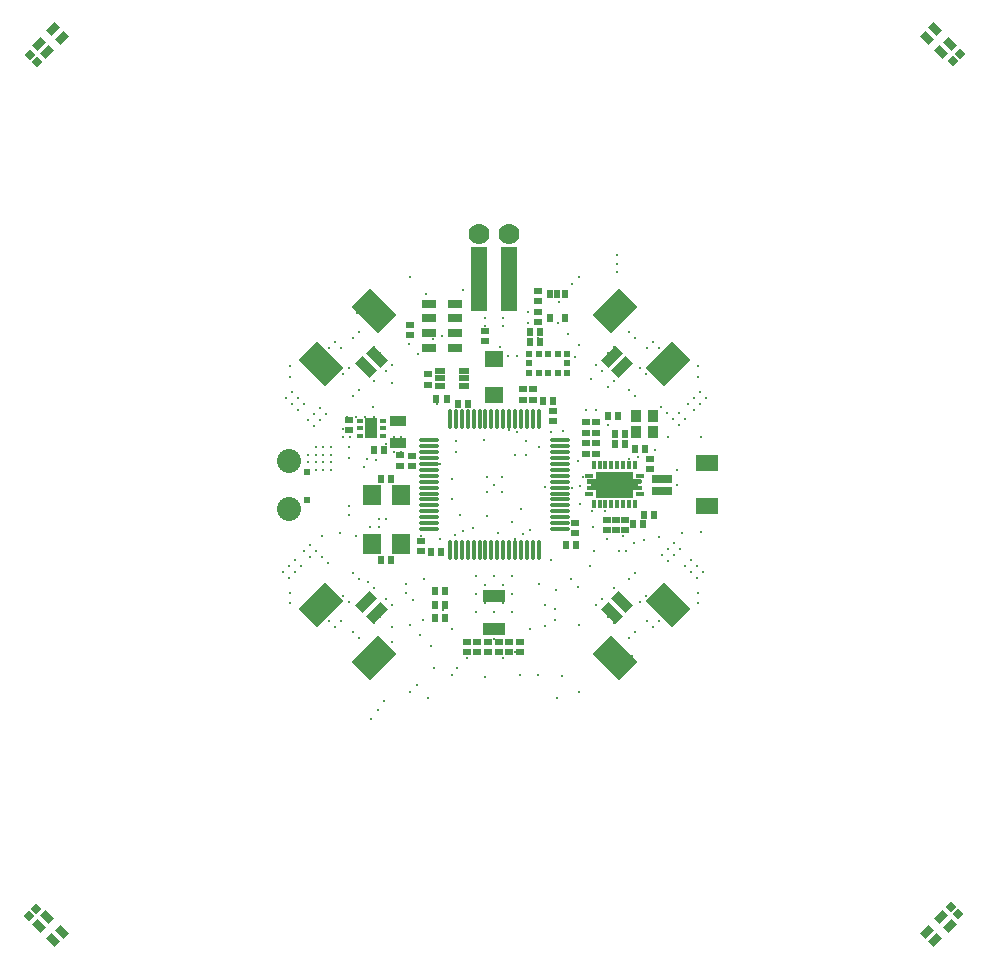
<source format=gbs>
G04 Layer_Color=16711935*
%FSAX25Y25*%
%MOIN*%
G70*
G01*
G75*
%ADD61C,0.07000*%
%ADD62C,0.08000*%
%ADD80R,0.01181X0.01181*%
%ADD104R,0.02547X0.02469*%
%ADD105R,0.02862X0.01445*%
G04:AMPARAMS|DCode=119|XSize=24.69mil|YSize=25.47mil|CornerRadius=0mil|HoleSize=0mil|Usage=FLASHONLY|Rotation=45.000|XOffset=0mil|YOffset=0mil|HoleType=Round|Shape=Rectangle|*
%AMROTATEDRECTD119*
4,1,4,0.00028,-0.01773,-0.01773,0.00028,-0.00028,0.01773,0.01773,-0.00028,0.00028,-0.01773,0.0*
%
%ADD119ROTATEDRECTD119*%

G04:AMPARAMS|DCode=120|XSize=24.69mil|YSize=25.47mil|CornerRadius=0mil|HoleSize=0mil|Usage=FLASHONLY|Rotation=315.000|XOffset=0mil|YOffset=0mil|HoleType=Round|Shape=Rectangle|*
%AMROTATEDRECTD120*
4,1,4,-0.01773,-0.00028,0.00028,0.01773,0.01773,0.00028,-0.00028,-0.01773,-0.01773,-0.00028,0.0*
%
%ADD120ROTATEDRECTD120*%

%ADD128R,0.02469X0.02547*%
%ADD129R,0.02272X0.02665*%
%ADD130R,0.02665X0.02272*%
%ADD144C,0.01200*%
%ADD145R,0.04831X0.02862*%
%ADD146R,0.02075X0.03059*%
%ADD147R,0.02469X0.02469*%
%ADD148R,0.05618X0.21366*%
G04:AMPARAMS|DCode=149|XSize=38.47mil|YSize=24.69mil|CornerRadius=0mil|HoleSize=0mil|Usage=FLASHONLY|Rotation=225.000|XOffset=0mil|YOffset=0mil|HoleType=Round|Shape=Rectangle|*
%AMROTATEDRECTD149*
4,1,4,0.00487,0.02233,0.02233,0.00487,-0.00487,-0.02233,-0.02233,-0.00487,0.00487,0.02233,0.0*
%
%ADD149ROTATEDRECTD149*%

G04:AMPARAMS|DCode=150|XSize=38.47mil|YSize=24.69mil|CornerRadius=0mil|HoleSize=0mil|Usage=FLASHONLY|Rotation=315.000|XOffset=0mil|YOffset=0mil|HoleType=Round|Shape=Rectangle|*
%AMROTATEDRECTD150*
4,1,4,-0.02233,0.00487,-0.00487,0.02233,0.02233,-0.00487,0.00487,-0.02233,-0.02233,0.00487,0.0*
%
%ADD150ROTATEDRECTD150*%

G04:AMPARAMS|DCode=151|XSize=36.5mil|YSize=67.99mil|CornerRadius=0mil|HoleSize=0mil|Usage=FLASHONLY|Rotation=45.000|XOffset=0mil|YOffset=0mil|HoleType=Round|Shape=Rectangle|*
%AMROTATEDRECTD151*
4,1,4,0.01114,-0.03694,-0.03694,0.01114,-0.01114,0.03694,0.03694,-0.01114,0.01114,-0.03694,0.0*
%
%ADD151ROTATEDRECTD151*%

G04:AMPARAMS|DCode=152|XSize=87.68mil|YSize=123.11mil|CornerRadius=0mil|HoleSize=0mil|Usage=FLASHONLY|Rotation=45.000|XOffset=0mil|YOffset=0mil|HoleType=Round|Shape=Rectangle|*
%AMROTATEDRECTD152*
4,1,4,0.01253,-0.07453,-0.07453,0.01253,-0.01253,0.07453,0.07453,-0.01253,0.01253,-0.07453,0.0*
%
%ADD152ROTATEDRECTD152*%

G04:AMPARAMS|DCode=153|XSize=36.5mil|YSize=67.99mil|CornerRadius=0mil|HoleSize=0mil|Usage=FLASHONLY|Rotation=135.000|XOffset=0mil|YOffset=0mil|HoleType=Round|Shape=Rectangle|*
%AMROTATEDRECTD153*
4,1,4,0.03694,0.01114,-0.01114,-0.03694,-0.03694,-0.01114,0.01114,0.03694,0.03694,0.01114,0.0*
%
%ADD153ROTATEDRECTD153*%

G04:AMPARAMS|DCode=154|XSize=87.68mil|YSize=123.11mil|CornerRadius=0mil|HoleSize=0mil|Usage=FLASHONLY|Rotation=135.000|XOffset=0mil|YOffset=0mil|HoleType=Round|Shape=Rectangle|*
%AMROTATEDRECTD154*
4,1,4,0.07453,0.01253,-0.01253,-0.07453,-0.07453,-0.01253,0.01253,0.07453,0.07453,0.01253,0.0*
%
%ADD154ROTATEDRECTD154*%

%ADD155R,0.03256X0.04043*%
%ADD156R,0.01445X0.02862*%
%ADD157O,0.01484X0.06602*%
%ADD158O,0.06602X0.01484*%
%ADD159R,0.05618X0.03256*%
%ADD160R,0.02272X0.01681*%
%ADD161R,0.04437X0.06799*%
%ADD162R,0.06000X0.06800*%
%ADD163R,0.02272X0.02469*%
%ADD164R,0.07587X0.05224*%
%ADD165R,0.06602X0.02862*%
%ADD166R,0.07193X0.04240*%
%ADD167R,0.06100X0.05300*%
%ADD168R,0.03256X0.01878*%
G36*
X0449043Y0331283D02*
X0449081Y0331274D01*
X0449118Y0331259D01*
X0449151Y0331239D01*
X0449181Y0331213D01*
X0449206Y0331183D01*
X0449227Y0331150D01*
X0449242Y0331113D01*
X0449251Y0331075D01*
X0449254Y0331036D01*
Y0328786D01*
X0451858Y0328786D01*
X0451897Y0328783D01*
X0451936Y0328774D01*
X0451972Y0328759D01*
X0452006Y0328739D01*
X0452036Y0328713D01*
X0452061Y0328683D01*
X0452082Y0328650D01*
X0452097Y0328613D01*
X0452106Y0328575D01*
X0452109Y0328536D01*
Y0327630D01*
X0452106Y0327591D01*
X0452097Y0327553D01*
X0452082Y0327516D01*
X0452061Y0327483D01*
X0452036Y0327453D01*
X0452006Y0327427D01*
X0451972Y0327407D01*
X0451936Y0327392D01*
X0451897Y0327382D01*
X0451858Y0327379D01*
X0450829Y0327379D01*
Y0326621D01*
X0451858Y0326621D01*
X0451897Y0326618D01*
X0451936Y0326609D01*
X0451972Y0326594D01*
X0452006Y0326573D01*
X0452036Y0326548D01*
X0452061Y0326518D01*
X0452082Y0326484D01*
X0452097Y0326448D01*
X0452106Y0326410D01*
X0452109Y0326370D01*
Y0325465D01*
X0452106Y0325426D01*
X0452097Y0325387D01*
X0452082Y0325351D01*
X0452061Y0325318D01*
X0452036Y0325288D01*
X0452006Y0325262D01*
X0451972Y0325241D01*
X0451936Y0325226D01*
X0451897Y0325217D01*
X0451858Y0325214D01*
X0449254Y0325214D01*
Y0322965D01*
X0449251Y0322926D01*
X0449242Y0322887D01*
X0449227Y0322851D01*
X0449206Y0322817D01*
X0449181Y0322788D01*
X0449151Y0322762D01*
X0449118Y0322741D01*
X0449081Y0322726D01*
X0449043Y0322717D01*
X0449004Y0322714D01*
X0436996D01*
X0436957Y0322717D01*
X0436918Y0322726D01*
X0436882Y0322741D01*
X0436848Y0322762D01*
X0436818Y0322788D01*
X0436793Y0322817D01*
X0436772Y0322851D01*
X0436757Y0322887D01*
X0436748Y0322926D01*
X0436745Y0322965D01*
Y0325214D01*
X0434142Y0325214D01*
X0434102Y0325217D01*
X0434064Y0325226D01*
X0434028Y0325241D01*
X0433994Y0325262D01*
X0433964Y0325288D01*
X0433939Y0325318D01*
X0433918Y0325351D01*
X0433903Y0325387D01*
X0433894Y0325426D01*
X0433891Y0325465D01*
Y0326370D01*
X0433894Y0326410D01*
X0433903Y0326448D01*
X0433918Y0326484D01*
X0433939Y0326518D01*
X0433964Y0326548D01*
X0433994Y0326573D01*
X0434028Y0326594D01*
X0434064Y0326609D01*
X0434102Y0326618D01*
X0434142Y0326621D01*
X0435170Y0326621D01*
Y0327379D01*
X0434142Y0327379D01*
X0434102Y0327382D01*
X0434064Y0327392D01*
X0434028Y0327407D01*
X0433994Y0327427D01*
X0433964Y0327453D01*
X0433939Y0327483D01*
X0433918Y0327516D01*
X0433903Y0327553D01*
X0433894Y0327591D01*
X0433891Y0327630D01*
Y0328536D01*
X0433894Y0328575D01*
X0433903Y0328613D01*
X0433918Y0328650D01*
X0433939Y0328683D01*
X0433964Y0328713D01*
X0433994Y0328739D01*
X0434028Y0328759D01*
X0434064Y0328774D01*
X0434102Y0328783D01*
X0434142Y0328786D01*
X0436745Y0328786D01*
Y0331036D01*
X0436748Y0331075D01*
X0436757Y0331113D01*
X0436772Y0331150D01*
X0436793Y0331183D01*
X0436818Y0331213D01*
X0436848Y0331239D01*
X0436882Y0331259D01*
X0436918Y0331274D01*
X0436957Y0331283D01*
X0436996Y0331287D01*
X0449004D01*
X0449043Y0331283D01*
D02*
G37*
D61*
X0398000Y0410500D02*
D03*
X0408000D02*
D03*
D62*
X0334500Y0319000D02*
D03*
Y0335000D02*
D03*
D80*
X0443000Y0327000D02*
D03*
D104*
X0417500Y0384614D02*
D03*
Y0381386D02*
D03*
Y0388386D02*
D03*
Y0391614D02*
D03*
X0455000Y0332386D02*
D03*
Y0335614D02*
D03*
X0440500Y0315114D02*
D03*
Y0311886D02*
D03*
X0443500Y0315114D02*
D03*
Y0311886D02*
D03*
X0446500Y0315114D02*
D03*
Y0311886D02*
D03*
X0430000Y0314114D02*
D03*
Y0310886D02*
D03*
X0422500Y0348386D02*
D03*
Y0351614D02*
D03*
X0375000Y0376886D02*
D03*
Y0380114D02*
D03*
X0354500Y0345386D02*
D03*
Y0348614D02*
D03*
X0375500Y0336614D02*
D03*
Y0333386D02*
D03*
X0378500Y0308114D02*
D03*
Y0304886D02*
D03*
X0394000Y0274614D02*
D03*
Y0271386D02*
D03*
X0401000Y0274614D02*
D03*
Y0271386D02*
D03*
X0397400Y0274614D02*
D03*
Y0271386D02*
D03*
X0404500Y0274614D02*
D03*
Y0271386D02*
D03*
X0408000Y0274614D02*
D03*
Y0271386D02*
D03*
X0411500Y0274614D02*
D03*
Y0271386D02*
D03*
X0400000Y0374886D02*
D03*
Y0378114D02*
D03*
D105*
X0434535Y0324048D02*
D03*
Y0329953D02*
D03*
X0451465D02*
D03*
Y0324048D02*
D03*
D119*
X0555859Y0468359D02*
D03*
X0558141Y0470641D02*
D03*
X0250141Y0185641D02*
D03*
X0247859Y0183359D02*
D03*
D120*
X0248359Y0470141D02*
D03*
X0250641Y0467859D02*
D03*
X0557641Y0183859D02*
D03*
X0555359Y0186141D02*
D03*
D128*
X0418114Y0378000D02*
D03*
X0414886D02*
D03*
X0418114Y0374500D02*
D03*
X0414886D02*
D03*
X0453114Y0339000D02*
D03*
X0449886D02*
D03*
X0443386Y0340500D02*
D03*
X0446614D02*
D03*
X0444114Y0350000D02*
D03*
X0440886D02*
D03*
X0443386Y0344000D02*
D03*
X0446614D02*
D03*
X0452886Y0317000D02*
D03*
X0456114D02*
D03*
X0452614Y0314000D02*
D03*
X0449386D02*
D03*
X0426886Y0307000D02*
D03*
X0430114D02*
D03*
X0419386Y0355000D02*
D03*
X0422614D02*
D03*
X0394114Y0354000D02*
D03*
X0390886D02*
D03*
X0366114Y0338500D02*
D03*
X0362886D02*
D03*
X0365386Y0329000D02*
D03*
X0368614D02*
D03*
X0385114Y0304500D02*
D03*
X0381886D02*
D03*
X0368614Y0302000D02*
D03*
X0365386D02*
D03*
X0386614Y0282500D02*
D03*
X0383386D02*
D03*
X0386614Y0287000D02*
D03*
X0383386D02*
D03*
X0386614Y0291500D02*
D03*
X0383386D02*
D03*
D129*
X0387272Y0355500D02*
D03*
X0383728D02*
D03*
D130*
X0381000Y0363772D02*
D03*
Y0360228D02*
D03*
X0433500Y0337228D02*
D03*
Y0340772D02*
D03*
Y0347772D02*
D03*
Y0344228D02*
D03*
X0437000Y0347772D02*
D03*
Y0344228D02*
D03*
Y0337228D02*
D03*
Y0340772D02*
D03*
X0412500Y0358772D02*
D03*
Y0355228D02*
D03*
X0416000Y0358772D02*
D03*
Y0355228D02*
D03*
X0371500Y0333228D02*
D03*
Y0336772D02*
D03*
D144*
X0445960Y0309900D02*
D03*
X0435000Y0300000D02*
D03*
X0397000Y0296500D02*
D03*
X0421772Y0302000D02*
D03*
X0348500Y0332000D02*
D03*
X0361500Y0313000D02*
D03*
X0345500Y0310000D02*
D03*
X0357000D02*
D03*
X0364500Y0313000D02*
D03*
X0371500Y0308500D02*
D03*
X0374500D02*
D03*
Y0305500D02*
D03*
X0377500D02*
D03*
X0378500Y0310000D02*
D03*
X0385000Y0309000D02*
D03*
X0382000Y0303500D02*
D03*
X0405500Y0329500D02*
D03*
Y0324500D02*
D03*
X0400500D02*
D03*
Y0329500D02*
D03*
X0364500Y0315500D02*
D03*
X0367000D02*
D03*
X0354500Y0317000D02*
D03*
Y0320000D02*
D03*
Y0339500D02*
D03*
Y0336000D02*
D03*
X0363683Y0335374D02*
D03*
X0360500Y0335728D02*
D03*
X0348500Y0339500D02*
D03*
X0351500Y0311000D02*
D03*
X0361500Y0347000D02*
D03*
X0352500Y0343000D02*
D03*
Y0345500D02*
D03*
X0355000Y0343000D02*
D03*
Y0345500D02*
D03*
X0357500D02*
D03*
X0372000Y0338000D02*
D03*
X0369500D02*
D03*
Y0340500D02*
D03*
Y0343000D02*
D03*
X0367000Y0340500D02*
D03*
X0372000D02*
D03*
Y0343000D02*
D03*
X0417500Y0263500D02*
D03*
X0410500Y0370000D02*
D03*
X0385500Y0376500D02*
D03*
X0382500Y0375500D02*
D03*
X0431231Y0280304D02*
D03*
X0450000Y0278000D02*
D03*
X0448000Y0276000D02*
D03*
X0439000Y0289000D02*
D03*
X0437000Y0287000D02*
D03*
X0445000Y0283000D02*
D03*
X0443000Y0281000D02*
D03*
X0441000Y0283000D02*
D03*
X0453500Y0290000D02*
D03*
X0360910Y0294600D02*
D03*
X0373500Y0291000D02*
D03*
X0376000Y0288614D02*
D03*
X0373500Y0294000D02*
D03*
X0352500Y0290000D02*
D03*
X0356000Y0278000D02*
D03*
X0358000Y0276000D02*
D03*
X0367000Y0289000D02*
D03*
X0369000Y0287000D02*
D03*
X0361000Y0283000D02*
D03*
X0365000D02*
D03*
X0363000Y0281000D02*
D03*
X0352500Y0364000D02*
D03*
X0356000Y0376000D02*
D03*
X0358000Y0378000D02*
D03*
X0453500Y0364000D02*
D03*
X0450000Y0376000D02*
D03*
X0448000Y0378000D02*
D03*
X0361000Y0371000D02*
D03*
X0365000D02*
D03*
X0363000Y0373000D02*
D03*
X0367000Y0365000D02*
D03*
X0369000Y0367000D02*
D03*
X0445000Y0371000D02*
D03*
X0443000Y0373000D02*
D03*
X0441000Y0371000D02*
D03*
X0439000Y0365000D02*
D03*
X0437000Y0367000D02*
D03*
X0399500Y0342000D02*
D03*
X0374500Y0374000D02*
D03*
X0400000Y0293500D02*
D03*
X0403000Y0296500D02*
D03*
X0406000Y0293500D02*
D03*
X0409000Y0296500D02*
D03*
X0415000Y0279000D02*
D03*
X0389831Y0387382D02*
D03*
X0392500Y0392000D02*
D03*
X0389831Y0377539D02*
D03*
Y0372618D02*
D03*
X0377500Y0370500D02*
D03*
X0384000Y0354000D02*
D03*
X0417614Y0375990D02*
D03*
X0407500Y0370000D02*
D03*
X0421000Y0370650D02*
D03*
X0417850D02*
D03*
X0427299D02*
D03*
X0422000Y0344500D02*
D03*
X0413500Y0341500D02*
D03*
X0418000Y0339500D02*
D03*
X0410566Y0344527D02*
D03*
X0407966Y0345124D02*
D03*
X0413500Y0337000D02*
D03*
X0410000D02*
D03*
X0422000Y0347500D02*
D03*
X0412500Y0355228D02*
D03*
X0430000Y0310886D02*
D03*
X0394114Y0354000D02*
D03*
X0390886D02*
D03*
X0416000Y0355204D02*
D03*
X0420000Y0326139D02*
D03*
X0435500Y0318204D02*
D03*
X0429000Y0326000D02*
D03*
X0430114Y0307000D02*
D03*
X0426886D02*
D03*
X0436134Y0304866D02*
D03*
X0423114Y0285500D02*
D03*
Y0281750D02*
D03*
X0405000Y0373000D02*
D03*
X0422500Y0351614D02*
D03*
X0426000Y0345000D02*
D03*
X0430000Y0369500D02*
D03*
X0431231Y0373696D02*
D03*
X0443500Y0324500D02*
D03*
X0446000D02*
D03*
X0448500D02*
D03*
X0437500Y0329500D02*
D03*
X0435000D02*
D03*
X0432500D02*
D03*
X0456500Y0348500D02*
D03*
X0437000Y0352000D02*
D03*
X0441000Y0347000D02*
D03*
X0444328Y0350172D02*
D03*
X0437000Y0348500D02*
D03*
X0433500Y0352000D02*
D03*
X0448052Y0335675D02*
D03*
X0458500Y0353000D02*
D03*
X0347500Y0301000D02*
D03*
X0345500Y0303000D02*
D03*
X0357160Y0384233D02*
D03*
X0369000Y0279500D02*
D03*
X0448840Y0269767D02*
D03*
X0437500Y0384000D02*
D03*
X0464000Y0332000D02*
D03*
X0472000Y0342800D02*
D03*
Y0332000D02*
D03*
Y0322000D02*
D03*
Y0311252D02*
D03*
X0400000Y0263000D02*
D03*
X0431000Y0293000D02*
D03*
X0428500Y0295500D02*
D03*
X0423500Y0292000D02*
D03*
X0456500Y0338500D02*
D03*
Y0345000D02*
D03*
X0435400Y0362100D02*
D03*
X0458000Y0372500D02*
D03*
X0431141Y0396141D02*
D03*
X0369000Y0361000D02*
D03*
X0389000Y0279000D02*
D03*
X0374859Y0257859D02*
D03*
X0390114Y0338000D02*
D03*
Y0341500D02*
D03*
X0359493Y0333037D02*
D03*
X0347979Y0281521D02*
D03*
X0453000Y0308500D02*
D03*
X0459000Y0303500D02*
D03*
X0461000Y0305500D02*
D03*
X0463000Y0307500D02*
D03*
X0343000Y0346500D02*
D03*
X0345000Y0348500D02*
D03*
X0347000Y0350500D02*
D03*
X0338500Y0300000D02*
D03*
X0336500Y0302000D02*
D03*
X0334500Y0300000D02*
D03*
X0336500Y0298000D02*
D03*
X0334500Y0296000D02*
D03*
X0332500Y0298000D02*
D03*
X0473500Y0356000D02*
D03*
X0471500Y0358000D02*
D03*
X0469500Y0356000D02*
D03*
X0471500Y0354000D02*
D03*
X0469500Y0352000D02*
D03*
X0467500Y0354000D02*
D03*
X0465000Y0305500D02*
D03*
X0463000Y0303500D02*
D03*
X0461000Y0301500D02*
D03*
X0345000Y0352500D02*
D03*
X0343000Y0350500D02*
D03*
X0341000Y0348500D02*
D03*
X0346000Y0339500D02*
D03*
X0343500D02*
D03*
Y0305000D02*
D03*
X0341500Y0307000D02*
D03*
Y0303000D02*
D03*
X0339500Y0305000D02*
D03*
X0466500Y0349000D02*
D03*
X0464500Y0351000D02*
D03*
Y0347000D02*
D03*
X0462500Y0349000D02*
D03*
X0460500Y0351000D02*
D03*
X0470500Y0296000D02*
D03*
X0466500Y0300000D02*
D03*
X0468500Y0298000D02*
D03*
Y0302000D02*
D03*
X0470500Y0300000D02*
D03*
X0472500Y0298000D02*
D03*
X0333500Y0356000D02*
D03*
X0335500Y0354000D02*
D03*
X0337500Y0352000D02*
D03*
Y0356000D02*
D03*
X0339500Y0354000D02*
D03*
X0335500Y0358000D02*
D03*
X0390000Y0310114D02*
D03*
X0403000Y0327000D02*
D03*
X0419886Y0287000D02*
D03*
Y0280000D02*
D03*
X0400000Y0382500D02*
D03*
Y0380000D02*
D03*
X0406000D02*
D03*
Y0382500D02*
D03*
X0461000Y0343000D02*
D03*
X0450817Y0336277D02*
D03*
X0414386Y0384500D02*
D03*
Y0381000D02*
D03*
X0409750Y0271386D02*
D03*
X0394000Y0269386D02*
D03*
X0406000D02*
D03*
X0403000Y0284500D02*
D03*
X0409000Y0290500D02*
D03*
X0397000D02*
D03*
X0409000Y0284500D02*
D03*
X0406000Y0287500D02*
D03*
X0397000Y0284500D02*
D03*
X0400000Y0287500D02*
D03*
X0403000Y0290500D02*
D03*
Y0278000D02*
D03*
Y0275500D02*
D03*
X0379728Y0295500D02*
D03*
X0383000Y0292114D02*
D03*
X0379386Y0282000D02*
D03*
X0385980Y0285324D02*
D03*
X0386000Y0282500D02*
D03*
Y0291500D02*
D03*
X0395000Y0275000D02*
D03*
X0458000Y0281500D02*
D03*
X0448000Y0358500D02*
D03*
X0450000Y0356500D02*
D03*
X0358000Y0358500D02*
D03*
X0356000Y0356500D02*
D03*
X0358000Y0295500D02*
D03*
X0356000Y0297500D02*
D03*
X0449500Y0307500D02*
D03*
X0447000Y0305000D02*
D03*
X0450000Y0297500D02*
D03*
X0448000Y0295500D02*
D03*
X0444500Y0305000D02*
D03*
X0441000Y0359600D02*
D03*
X0431000Y0335000D02*
D03*
X0437000Y0341500D02*
D03*
X0348000Y0372500D02*
D03*
X0354500Y0366000D02*
D03*
X0362500Y0353000D02*
D03*
X0363000Y0349500D02*
D03*
X0354000D02*
D03*
X0357000D02*
D03*
X0360000D02*
D03*
X0384890Y0333890D02*
D03*
X0408000Y0402500D02*
D03*
X0398000D02*
D03*
X0369000Y0274500D02*
D03*
X0458000Y0309500D02*
D03*
X0440500Y0309000D02*
D03*
X0439810Y0318198D02*
D03*
X0446500Y0315114D02*
D03*
X0436000Y0313000D02*
D03*
X0431500Y0320500D02*
D03*
X0465500Y0311000D02*
D03*
X0464000Y0327000D02*
D03*
X0389000Y0328886D02*
D03*
Y0322228D02*
D03*
X0431253Y0257747D02*
D03*
X0425641Y0263359D02*
D03*
X0382753Y0265753D02*
D03*
X0377141Y0260141D02*
D03*
X0380359Y0390641D02*
D03*
X0374747Y0396253D02*
D03*
X0428859Y0393859D02*
D03*
X0554828Y0473956D02*
D03*
X0555859Y0468359D02*
D03*
X0552044Y0182828D02*
D03*
X0251172Y0180044D02*
D03*
X0250141Y0185641D02*
D03*
X0247859Y0183359D02*
D03*
X0558141Y0470641D02*
D03*
X0381840Y0273233D02*
D03*
X0378304Y0276768D02*
D03*
X0374768Y0280304D02*
D03*
X0366377Y0254877D02*
D03*
X0364348Y0251848D02*
D03*
X0361929Y0248744D02*
D03*
X0253956Y0182828D02*
D03*
X0255742Y0174793D02*
D03*
X0259359Y0178314D02*
D03*
X0341000Y0334500D02*
D03*
X0343500D02*
D03*
Y0332000D02*
D03*
X0346000D02*
D03*
Y0334500D02*
D03*
X0343500Y0337000D02*
D03*
X0346000D02*
D03*
X0348500D02*
D03*
Y0334500D02*
D03*
X0341000Y0337000D02*
D03*
X0248359Y0470141D02*
D03*
X0471000Y0363000D02*
D03*
Y0366500D02*
D03*
X0335000D02*
D03*
Y0363000D02*
D03*
X0361000Y0363500D02*
D03*
X0363000Y0361500D02*
D03*
X0350000Y0374500D02*
D03*
X0352000Y0372500D02*
D03*
X0451500Y0366000D02*
D03*
X0454000Y0372500D02*
D03*
X0456000Y0374500D02*
D03*
X0443000Y0361500D02*
D03*
X0445000Y0363500D02*
D03*
X0354500Y0288000D02*
D03*
X0352000Y0281500D02*
D03*
X0350000Y0279500D02*
D03*
X0363000Y0292500D02*
D03*
X0361000Y0290500D02*
D03*
X0451500Y0288000D02*
D03*
X0454000Y0281500D02*
D03*
X0456000Y0279500D02*
D03*
X0443000Y0292500D02*
D03*
X0445000Y0290500D02*
D03*
X0335000Y0291000D02*
D03*
Y0287500D02*
D03*
X0471000Y0291000D02*
D03*
Y0287500D02*
D03*
X0250641Y0467859D02*
D03*
X0255742Y0479208D02*
D03*
X0259359Y0475686D02*
D03*
X0251172Y0473956D02*
D03*
X0554828Y0180044D02*
D03*
X0546641Y0178314D02*
D03*
X0550258Y0174793D02*
D03*
X0557641Y0183859D02*
D03*
X0254000Y0471000D02*
D03*
X0546641Y0475686D02*
D03*
X0550258Y0479208D02*
D03*
X0552044Y0471172D02*
D03*
X0444000Y0403493D02*
D03*
Y0400710D02*
D03*
Y0397932D02*
D03*
X0424160Y0380767D02*
D03*
X0555359Y0186141D02*
D03*
X0431728Y0326500D02*
D03*
X0390500Y0266000D02*
D03*
X0418000Y0294000D02*
D03*
X0389000Y0263500D02*
D03*
X0411500D02*
D03*
X0381000Y0256000D02*
D03*
X0424000D02*
D03*
X0392624Y0311672D02*
D03*
X0396000Y0312500D02*
D03*
X0400728Y0316700D02*
D03*
X0415000Y0312000D02*
D03*
X0412000Y0319000D02*
D03*
X0410000Y0309000D02*
D03*
X0412500Y0310500D02*
D03*
X0408866Y0314600D02*
D03*
X0404300Y0310814D02*
D03*
X0391500Y0317000D02*
D03*
X0424500Y0388000D02*
D03*
X0427696Y0377232D02*
D03*
X0417614Y0384500D02*
D03*
X0417614Y0388250D02*
D03*
D145*
X0381169Y0377539D02*
D03*
Y0382461D02*
D03*
Y0372618D02*
D03*
Y0387382D02*
D03*
X0389831D02*
D03*
Y0372618D02*
D03*
Y0382461D02*
D03*
Y0377539D02*
D03*
D146*
X0421441Y0390535D02*
D03*
X0424000D02*
D03*
X0426559D02*
D03*
Y0382465D02*
D03*
X0421441D02*
D03*
D147*
X0427299Y0370650D02*
D03*
X0424150D02*
D03*
X0421000D02*
D03*
X0417850D02*
D03*
X0414701D02*
D03*
X0427299Y0367500D02*
D03*
X0414701D02*
D03*
X0427299Y0364350D02*
D03*
X0424150D02*
D03*
X0421000D02*
D03*
X0417850D02*
D03*
X0414701D02*
D03*
D148*
X0398000Y0395500D02*
D03*
X0408000D02*
D03*
D149*
X0251172Y0473956D02*
D03*
X0256044Y0478828D02*
D03*
X0253956Y0471172D02*
D03*
X0258828Y0476044D02*
D03*
X0554828Y0180044D02*
D03*
X0549956Y0175172D02*
D03*
X0552044Y0182828D02*
D03*
X0547172Y0177956D02*
D03*
D150*
X0552044Y0471172D02*
D03*
X0547172Y0476044D02*
D03*
X0554828Y0473956D02*
D03*
X0549956Y0478828D02*
D03*
X0253956Y0182828D02*
D03*
X0258828Y0177956D02*
D03*
X0251172Y0180044D02*
D03*
X0256044Y0175172D02*
D03*
D151*
X0442187Y0284333D02*
D03*
X0445667Y0287813D02*
D03*
X0363813Y0369667D02*
D03*
X0360333Y0366187D02*
D03*
D152*
X0443161Y0269161D02*
D03*
X0460839Y0286839D02*
D03*
X0362839Y0384839D02*
D03*
X0345161Y0367161D02*
D03*
D153*
X0445667Y0366187D02*
D03*
X0442187Y0369667D02*
D03*
X0360333Y0287813D02*
D03*
X0363813Y0284333D02*
D03*
D154*
X0460839Y0367161D02*
D03*
X0443161Y0384839D02*
D03*
X0345161Y0286839D02*
D03*
X0362839Y0269161D02*
D03*
D155*
X0450244Y0350000D02*
D03*
X0455756D02*
D03*
X0450244Y0344500D02*
D03*
X0455756D02*
D03*
D156*
X0449890Y0320504D02*
D03*
X0447921D02*
D03*
X0445952D02*
D03*
X0443984D02*
D03*
X0442015D02*
D03*
X0440047D02*
D03*
X0438078D02*
D03*
X0436110D02*
D03*
Y0333496D02*
D03*
X0438078D02*
D03*
X0440047D02*
D03*
X0442015D02*
D03*
X0443984D02*
D03*
X0445952D02*
D03*
X0447921D02*
D03*
X0449890D02*
D03*
D157*
X0388236Y0305248D02*
D03*
X0390205D02*
D03*
X0392173D02*
D03*
X0394142D02*
D03*
X0396110D02*
D03*
X0398079D02*
D03*
X0400047D02*
D03*
X0402016D02*
D03*
X0403984D02*
D03*
X0405953D02*
D03*
X0407921D02*
D03*
X0409890D02*
D03*
X0411858D02*
D03*
X0413827D02*
D03*
X0415795D02*
D03*
X0417764D02*
D03*
Y0348752D02*
D03*
X0415795D02*
D03*
X0413827D02*
D03*
X0411858D02*
D03*
X0409890D02*
D03*
X0407921D02*
D03*
X0405953D02*
D03*
X0403984D02*
D03*
X0402016D02*
D03*
X0400047D02*
D03*
X0398079D02*
D03*
X0396110D02*
D03*
X0394142D02*
D03*
X0392173D02*
D03*
X0390205D02*
D03*
X0388236D02*
D03*
D158*
X0424752Y0312236D02*
D03*
Y0314205D02*
D03*
Y0316173D02*
D03*
Y0318142D02*
D03*
Y0320110D02*
D03*
Y0322079D02*
D03*
Y0324047D02*
D03*
Y0326016D02*
D03*
Y0327984D02*
D03*
Y0329953D02*
D03*
Y0331921D02*
D03*
Y0333890D02*
D03*
Y0335858D02*
D03*
Y0337827D02*
D03*
Y0339795D02*
D03*
Y0341764D02*
D03*
X0381248D02*
D03*
Y0339795D02*
D03*
Y0337827D02*
D03*
Y0335858D02*
D03*
Y0333890D02*
D03*
Y0331921D02*
D03*
Y0329953D02*
D03*
Y0327984D02*
D03*
Y0326016D02*
D03*
Y0324047D02*
D03*
Y0322079D02*
D03*
Y0320110D02*
D03*
Y0318142D02*
D03*
Y0316173D02*
D03*
Y0314205D02*
D03*
Y0312236D02*
D03*
D159*
X0371000Y0348240D02*
D03*
Y0340760D02*
D03*
D160*
X0365839Y0348331D02*
D03*
Y0345772D02*
D03*
Y0343213D02*
D03*
X0358161D02*
D03*
Y0345772D02*
D03*
Y0348331D02*
D03*
D161*
X0362000Y0345772D02*
D03*
D162*
X0371750Y0323650D02*
D03*
Y0307350D02*
D03*
X0362250D02*
D03*
Y0323650D02*
D03*
D163*
X0340500Y0321874D02*
D03*
Y0331126D02*
D03*
D164*
X0474000Y0334087D02*
D03*
Y0319913D02*
D03*
D165*
X0458744Y0328969D02*
D03*
Y0325031D02*
D03*
D166*
X0403000Y0290012D02*
D03*
Y0278988D02*
D03*
D167*
X0403000Y0357000D02*
D03*
Y0368905D02*
D03*
D168*
X0393035Y0359941D02*
D03*
Y0362500D02*
D03*
Y0365059D02*
D03*
X0384965D02*
D03*
Y0362500D02*
D03*
Y0359941D02*
D03*
M02*

</source>
